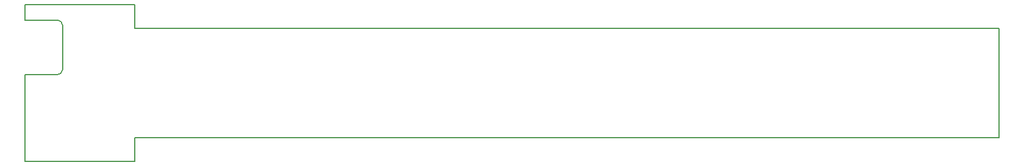
<source format=gm1>
G04 #@! TF.FileFunction,Profile,NP*
%FSLAX46Y46*%
G04 Gerber Fmt 4.6, Leading zero omitted, Abs format (unit mm)*
G04 Created by KiCad (PCBNEW 4.0.0-rc2-1-stable) date Mardi 07 juin 2016 13:35:50*
%MOMM*%
G01*
G04 APERTURE LIST*
%ADD10C,0.100000*%
%ADD11C,0.150000*%
G04 APERTURE END LIST*
D10*
D11*
X0Y20700000D02*
X4800000Y20700000D01*
X0Y23000000D02*
X0Y20700000D01*
X5506226Y19900000D02*
G75*
G03X4800000Y20700000I-806226J0D01*
G01*
X5500000Y13500000D02*
X5500000Y19900000D01*
X4700000Y12700000D02*
G75*
G03X5500000Y13500000I0J800000D01*
G01*
X0Y12700000D02*
X4700000Y12700000D01*
X0Y12700000D02*
X0Y0D01*
X16000000Y0D02*
X16000000Y3500000D01*
X16000000Y23000000D02*
X16000000Y19500000D01*
X0Y0D02*
X16000000Y0D01*
X0Y23000000D02*
X0Y23000000D01*
X16000000Y23000000D02*
X0Y23000000D01*
X142000000Y19500000D02*
X16000000Y19500000D01*
X142000000Y3500000D02*
X16000000Y3500000D01*
X142000000Y19500000D02*
X142000000Y3500000D01*
M02*

</source>
